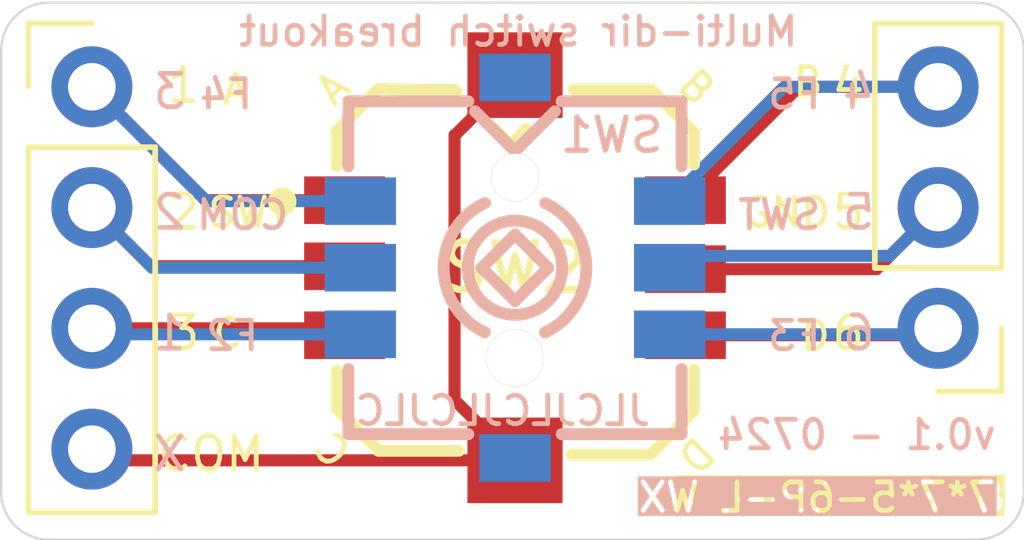
<source format=kicad_pcb>
(kicad_pcb (version 20240108) (generator "pcbnew") (generator_version "8.0")
  (layers (0 "F.Cu" signal) (31 "B.Cu" signal) (34 "B.Paste" user) (35 "F.Paste" user) (36 "B.SilkS" user "B.Silkscreen") (37 "F.SilkS" user "F.Silkscreen") (38 "B.Mask" user) (39 "F.Mask" user) (44 "Edge.Cuts" user))
  (net 0 "")
  (net 1 "7")
  (net 2 "1")
  (net 3 "3")
  (net 4 "2")
  (net 5 "5")
  (net 6 "6")
  (net 7 "4")
  (footprint "projectlib:SW-SMD_TM-4175-B-X" (layer "F.Cu") (at 158.75 69.845)
    (property "Reference" "SW2" (at 0 0 0) (layer "F.SilkS"))
    (property "Value" "TM-4175-B-B" (at 6.858 4.831 0) (layer "F.SilkS" knockout) (effects (font (size 0.6 0.6) (thickness 0.1) (bold yes))))
    (fp_line (start -3.76 -2.87) (end -2.87 -3.76) (stroke (width 0.25)) (layer "F.SilkS"))
    (fp_line (start -3.75 -2.14) (end -3.75 -2.87) (stroke (width 0.25)) (layer "F.SilkS"))
    (fp_line (start -3.75 2.95) (end -3.75 2.17) (stroke (width 0.25)) (layer "F.SilkS"))
    (fp_line (start -2.86 -3.76) (end -1.25 -3.73) (stroke (width 0.25)) (layer "F.SilkS"))
    (fp_line (start -2.86 3.85) (end -3.75 2.96) (stroke (width 0.25)) (layer "F.SilkS"))
    (fp_line (start -1.87 -3.74) (end -1.26 -3.74) (stroke (width 0.25)) (layer "F.SilkS"))
    (fp_line (start -1.26 -3.74) (end -1.23 -3.72) (stroke (width 0.25)) (layer "F.SilkS"))
    (fp_line (start -1.18 3.85) (end -2.87 3.85) (stroke (width 0.25)) (layer "F.SilkS"))
    (fp_line (start -0.43 -2.92) (end -0.1 -2.58) (stroke (width 0.25)) (layer "F.SilkS"))
    (fp_line (start -0.1 -2.58) (end 0.23 -2.92) (stroke (width 0.25)) (layer "F.SilkS"))
    (fp_line (start 1.23 -3.75) (end 2.86 -3.75) (stroke (width 0.25)) (layer "F.SilkS"))
    (fp_line (start 2.84 3.93) (end 1.18 3.93) (stroke (width 0.25)) (layer "F.SilkS"))
    (fp_line (start 2.86 3.92) (end 3.74 3.03) (stroke (width 0.25)) (layer "F.SilkS"))
    (fp_line (start 3.76 -2.85) (end 2.87 -3.74) (stroke (width 0.25)) (layer "F.SilkS"))
    (fp_line (start 3.76 -2.85) (end 3.76 -2.17) (stroke (width 0.25)) (layer "F.SilkS"))
    (fp_line (start 3.76 2.14) (end 3.76 3.01) (stroke (width 0.25)) (layer "F.SilkS"))
    (fp_circle (center -4.89 -1.39) (end -4.74 -1.39) (stroke (width 0.3)) (fill none) (layer "F.SilkS"))
    (pad "" thru_hole circle (at 0 -1.9) (size 1 1) (drill 1) (layers "*.Cu" "*.Mask"))
    (pad "" thru_hole circle (at 0 1.9) (size 1.2 1.2) (drill 1.2) (layers "*.Cu" "*.Mask"))
    (pad "1" smd rect (at -3.58 -1.42) (size 1.7 1) (layers "F.Cu" "F.Paste" "F.Mask") (net 2 "1"))
    (pad "2" smd rect (at -3.58 -0.03) (size 1.7 1) (layers "F.Cu" "F.Paste" "F.Mask") (net 4 "2"))
    (pad "3" smd rect (at -3.58 1.42) (size 1.7 1) (layers "F.Cu" "F.Paste" "F.Mask") (net 3 "3"))
    (pad "4" smd rect (at 3.58 -1.42) (size 1.7 1) (layers "F.Cu" "F.Paste" "F.Mask") (net 6 "6"))
    (pad "5" smd rect (at 3.58 0.03) (size 1.7 1) (layers "F.Cu" "F.Paste" "F.Mask") (net 5 "5"))
    (pad "6" smd rect (at 3.58 1.42) (size 1.7 1) (layers "F.Cu" "F.Paste" "F.Mask") (net 7 "4"))
    (pad "7" smd rect (at 0 -4.05) (size 2 1.8) (layers "F.Cu" "F.Paste" "F.Mask") (net 1 "7"))
    (pad "7" smd rect (at 0 4.05) (size 2 1.8) (layers "F.Cu" "F.Paste" "F.Mask") (net 1 "7"))
  )
  (footprint "Connector_PinHeader_2.54mm:PinHeader_1x03_P2.54mm_Vertical" (layer "F.Cu") (at 167.64 71.12 180)
    (property "Reference" "J2" (hide yes))
    (property "Value" "Conn_01x03" (hide yes))
    (fp_line (start 1.33 1.27) (end 1.33 6.41) (stroke (width 0.12)) (layer "F.SilkS"))
    (fp_line (start -1.33 6.41) (end 1.33 6.41) (stroke (width 0.12)) (layer "F.SilkS"))
    (fp_line (start -1.33 1.27) (end 1.33 1.27) (stroke (width 0.12)) (layer "F.SilkS"))
    (fp_line (start -1.33 1.27) (end -1.33 6.41) (stroke (width 0.12)) (layer "F.SilkS"))
    (fp_line (start -1.33 0) (end -1.33 -1.33) (stroke (width 0.12)) (layer "F.SilkS"))
    (fp_line (start -1.33 -1.33) (end 0 -1.33) (stroke (width 0.12)) (layer "F.SilkS"))
    (pad "1" thru_hole circle (at 0 0 180) (size 1.7 1.7) (drill 1) (layers "*.Cu" "*.Mask") (net 7 "4"))
    (pad "2" thru_hole oval (at 0 2.54 180) (size 1.7 1.7) (drill 1) (layers "*.Cu" "*.Mask") (net 5 "5"))
    (pad "3" thru_hole oval (at 0 5.08 180) (size 1.7 1.7) (drill 1) (layers "*.Cu" "*.Mask") (net 6 "6"))
  )
  (footprint "Connector_PinHeader_2.54mm:PinHeader_1x04_P2.54mm_Vertical" (layer "F.Cu") (at 149.86 66.04)
    (property "Reference" "J1" (hide yes))
    (property "Value" "Conn_01x04" (hide yes))
    (fp_line (start -1.33 -1.33) (end 0 -1.33) (stroke (width 0.12)) (layer "F.SilkS"))
    (fp_line (start -1.33 0) (end -1.33 -1.33) (stroke (width 0.12)) (layer "F.SilkS"))
    (fp_line (start -1.33 1.27) (end -1.33 8.95) (stroke (width 0.12)) (layer "F.SilkS"))
    (fp_line (start -1.33 1.27) (end 1.33 1.27) (stroke (width 0.12)) (layer "F.SilkS"))
    (fp_line (start -1.33 8.95) (end 1.33 8.95) (stroke (width 0.12)) (layer "F.SilkS"))
    (fp_line (start 1.33 1.27) (end 1.33 8.95) (stroke (width 0.12)) (layer "F.SilkS"))
    (pad "1" thru_hole circle (at 0 0) (size 1.7 1.7) (drill 1) (layers "*.Cu" "*.Mask") (net 2 "1"))
    (pad "2" thru_hole oval (at 0 2.54) (size 1.7 1.7) (drill 1) (layers "*.Cu" "*.Mask") (net 4 "2"))
    (pad "3" thru_hole oval (at 0 5.08) (size 1.7 1.7) (drill 1) (layers "*.Cu" "*.Mask") (net 3 "3"))
    (pad "4" thru_hole oval (at 0 7.62) (size 1.7 1.7) (drill 1) (layers "*.Cu" "*.Mask") (net 1 "7"))
  )
  (footprint "projectlib:SW-SMD_8P-L7.0-W7.0-P1.40-LS7.4-TL" (layer "B.Cu") (at 158.75 69.845)
    (property "Reference" "SW1" (at 2.032 -2.789 0) (layer "B.SilkS") (effects (font (size 0.7 0.7) (thickness 0.11)) (justify mirror)))
    (property "Value" "7*7*5-6P-L WX" (at 6.35 4.831 180) (layer "B.SilkS" knockout) (effects (font (size 0.6 0.6) (thickness 0.1)) (justify mirror)))
    (fp_line (start -3.5 -2.13) (end -3.5 -3.5) (stroke (width 0.25)) (layer "B.SilkS"))
    (fp_line (start -3.5 3.5) (end -3.5 2.13) (stroke (width 0.25)) (layer "B.SilkS"))
    (fp_line (start -3.5 3.5) (end -0.98 3.5) (stroke (width 0.25)) (layer "B.SilkS"))
    (fp_line (start -0.98 -3.5) (end -3.5 -3.5) (stroke (width 0.25)) (layer "B.SilkS"))
    (fp_line (start -0.7 0) (end -0.7 0) (stroke (width 0.25)) (layer "B.SilkS"))
    (fp_line (start -0.7 0) (end 0 0.7) (stroke (width 0.25)) (layer "B.SilkS"))
    (fp_line (start 0 -2.45) (end -0.84 -3.29) (stroke (width 0.25)) (layer "B.SilkS"))
    (fp_line (start 0 -0.7) (end -0.7 0) (stroke (width 0.25)) (layer "B.SilkS"))
    (fp_line (start 0 0.7) (end 0.7 0) (stroke (width 0.25)) (layer "B.SilkS"))
    (fp_line (start 0.7 0) (end 0 -0.7) (stroke (width 0.25)) (layer "B.SilkS"))
    (fp_line (start 0.7 0) (end 0.7 0) (stroke (width 0.25)) (layer "B.SilkS"))
    (fp_line (start 0.84 -3.29) (end 0 -2.45) (stroke (width 0.25)) (layer "B.SilkS"))
    (fp_line (start 0.98 3.5) (end 3.5 3.5) (stroke (width 0.25)) (layer "B.SilkS"))
    (fp_line (start 3.5 -3.5) (end 0.98 -3.5) (stroke (width 0.25)) (layer "B.SilkS"))
    (fp_line (start 3.5 -3.5) (end 3.5 -2.13) (stroke (width 0.25)) (layer "B.SilkS"))
    (fp_line (start 3.5 2.13) (end 3.5 3.5) (stroke (width 0.25)) (layer "B.SilkS"))
    (fp_arc (start -0.634495 1.357909) (mid -1.498831 -0.002479) (end -0.63 -1.36) (stroke (width 0.25)) (layer "B.SilkS"))
    (fp_arc (start 0.634495 -1.357909) (mid 1.498831 0.002479) (end 0.63 1.36) (stroke (width 0.25)) (layer "B.SilkS"))
    (fp_circle (center 0 0) (end 0.99 0) (stroke (width 0.25)) (fill none) (layer "B.SilkS"))
    (pad "" thru_hole circle (at 0 -1.9) (size 0.8 0.8) (drill 0.8) (layers "*.Cu" "*.Mask"))
    (pad "" thru_hole circle (at 0 1.9) (size 1.1 1.1) (drill 1.1) (layers "*.Cu" "*.Mask"))
    (pad "1" smd rect (at -3.25 1.4) (size 1.5 1) (layers "B.Cu" "B.Paste" "B.Mask") (net 3 "3"))
    (pad "2" smd rect (at -3.25 0) (size 1.5 1) (layers "B.Cu" "B.Paste" "B.Mask") (net 4 "2"))
    (pad "3" smd rect (at -3.25 -1.4) (size 1.5 1) (layers "B.Cu" "B.Paste" "B.Mask") (net 2 "1"))
    (pad "4" smd rect (at 3.25 -1.4) (size 1.5 1) (layers "B.Cu" "B.Paste" "B.Mask") (net 6 "6"))
    (pad "5" smd rect (at 3.25 0) (size 1.5 1) (layers "B.Cu" "B.Paste" "B.Mask") (net 5 "5"))
    (pad "6" smd rect (at 3.25 1.4) (size 1.5 1) (layers "B.Cu" "B.Paste" "B.Mask") (net 7 "4"))
    (pad "7" smd rect (at 0 4) (size 1.5 1) (layers "B.Cu" "B.Paste" "B.Mask"))
    (pad "8" smd rect (at 0 -4) (size 1.5 1) (layers "B.Cu" "B.Paste" "B.Mask"))
  )
  (gr_arc (start 169.44 74.565) (mid 169.147107 75.272107) (end 168.44 75.565) (stroke (width 0.05)) (layer "Edge.Cuts"))
  (gr_line (start 168.44 75.565) (end 148.955 75.565) (stroke (width 0.05)) (layer "Edge.Cuts"))
  (gr_arc (start 168.44 64.27) (mid 169.147107 64.562893) (end 169.44 65.27) (stroke (width 0.05)) (layer "Edge.Cuts"))
  (gr_line (start 147.955 74.565) (end 147.955 65.27) (stroke (width 0.05)) (layer "Edge.Cuts"))
  (gr_line (start 148.955 64.27) (end 168.44 64.27) (stroke (width 0.05)) (layer "Edge.Cuts"))
  (gr_arc (start 148.955 75.565) (mid 148.247893 75.272107) (end 147.955 74.565) (stroke (width 0.05)) (layer "Edge.Cuts"))
  (gr_arc (start 147.955 65.27) (mid 148.247893 64.562893) (end 148.955 64.27) (stroke (width 0.05)) (layer "Edge.Cuts"))
  (gr_line (start 169.44 65.27) (end 169.44 74.565) (stroke (width 0.05)) (layer "Edge.Cuts"))
  (gr_text "1" (at 151.892 71.628 -0) (layer "B.SilkS") (effects (font (size 0.7 0.7) (thickness 0.1)) (justify left bottom mirror)))
  (gr_text "3" (at 151.892 66.548 -0) (layer "B.SilkS") (effects (font (size 0.7 0.7) (thickness 0.1)) (justify left bottom mirror)))
  (gr_text "Multi-dir switch breakout" (at 164.7444 65.2272 0) (layer "B.SilkS") (effects (font (size 0.6 0.6) (thickness 0.1)) (justify left bottom mirror)))
  (gr_text "X" (at 151.892 74.168 0) (layer "B.SilkS") (effects (font (size 0.7 0.7) (thickness 0.1)) (justify left bottom mirror)))
  (gr_text "COM" (at 154.051 69.088 0) (layer "B.SilkS") (effects (font (size 0.6 0.6) (thickness 0.1)) (justify left bottom mirror)))
  (gr_text "F3" (at 165.227 71.628 0) (layer "B.SilkS") (effects (font (size 0.6 0.6) (thickness 0.1)) (justify left bottom mirror)))
  (gr_text "2" (at 151.892 69.088 -0) (layer "B.SilkS") (effects (font (size 0.7 0.7) (thickness 0.1)) (justify left bottom mirror)))
  (gr_text "v0.1 - 0724" (at 168.91 73.7108 0) (layer "B.SilkS") (effects (font (size 0.6 0.6) (thickness 0.1)) (justify left bottom mirror)))
  (gr_text "5" (at 166.37 69.088 -0) (layer "B.SilkS") (effects (font (size 0.7 0.7) (thickness 0.1)) (justify left bottom mirror)))
  (gr_text "4" (at 166.37 66.548 -0) (layer "B.SilkS") (effects (font (size 0.7 0.7) (thickness 0.1)) (justify left bottom mirror)))
  (gr_text "JLCJLCJLCJLC" (at 161.6456 73.2028 0) (layer "B.SilkS") (effects (font (size 0.6 0.6) (thickness 0.1)) (justify left bottom mirror)))
  (gr_text "SWT" (at 165.227 69.088 0) (layer "B.SilkS") (effects (font (size 0.6 0.6) (thickness 0.1)) (justify left bottom mirror)))
  (gr_text "F2" (at 153.416 71.628 0) (layer "B.SilkS") (effects (font (size 0.6 0.6) (thickness 0.1)) (justify left bottom mirror)))
  (gr_text "F4" (at 153.289 66.548 0) (layer "B.SilkS") (effects (font (size 0.6 0.6) (thickness 0.1)) (justify left bottom mirror)))
  (gr_text "6" (at 166.37 71.628 -0) (layer "B.SilkS") (effects (font (size 0.7 0.7) (thickness 0.1)) (justify left bottom mirror)))
  (gr_text "F5" (at 165.227 66.548 0) (layer "B.SilkS") (effects (font (size 0.6 0.6) (thickness 0.1)) (justify left bottom mirror)))
  (gr_text "SWT" (at 152.2476 69.0372 -0) (layer "F.SilkS") (effects (font (size 0.6 0.6) (thickness 0.1)) (justify left bottom)))
  (gr_text "D" (at 164.6936 71.628 0) (layer "F.SilkS") (effects (font (size 0.6 0.6) (thickness 0.1)) (justify left bottom)))
  (gr_text "3" (at 151.384 71.628 0) (layer "F.SilkS") (effects (font (size 0.7 0.7) (thickness 0.1)) (justify left bottom)))
  (gr_text "B" (at 164.5412 66.294 0) (layer "F.SilkS") (effects (font (size 0.6 0.6) (thickness 0.1)) (justify left bottom)))
  (gr_text "A" (at 154.94 66.548 45) (layer "F.SilkS") (effects (font (size 0.6 0.6) (thickness 0.1)) (justify left bottom)))
  (gr_text "5" (at 165.354 69.088 0) (layer "F.SilkS") (effects (font (size 0.7 0.7) (thickness 0.1)) (justify left bottom)))
  (gr_text "C" (at 152.3492 71.5772 0) (layer "F.SilkS") (effects (font (size 0.6 0.6) (thickness 0.1)) (justify left bottom)))
  (gr_text "B" (at 162.052 66.04 -45) (layer "F.SilkS") (effects (font (size 0.6 0.6) (thickness 0.1)) (justify left bottom)))
  (gr_text "COM" (at 151.1808 74.168 0) (layer "F.SilkS") (effects (font (size 0.7 0.7) (thickness 0.1)) (justify left bottom)))
  (gr_text "2" (at 151.384 69.088 0) (layer "F.SilkS") (effects (font (size 0.7 0.7) (thickness 0.1)) (justify left bottom)))
  (gr_text "6" (at 165.354 71.628 0) (layer "F.SilkS") (effects (font (size 0.7 0.7) (thickness 0.1)) (justify left bottom)))
  (gr_text "1" (at 151.384 66.421 0) (layer "F.SilkS") (effects (font (size 0.7 0.7) (thickness 0.1)) (justify left bottom)))
  (gr_text "GND" (at 163.4744 69.0372 0) (layer "F.SilkS") (effects (font (size 0.6 0.6) (thickness 0.1)) (justify left bottom)))
  (gr_text "4" (at 165.354 66.421 0) (layer "F.SilkS") (effects (font (size 0.7 0.7) (thickness 0.1)) (justify left bottom)))
  (gr_text "D" (at 162.56 73.279 -135) (layer "F.SilkS") (effects (font (size 0.6 0.6) (thickness 0.1)) (justify left bottom)))
  (gr_text "C" (at 155.448 73.66 135) (layer "F.SilkS") (effects (font (size 0.6 0.6) (thickness 0.1)) (justify left bottom)))
  (gr_text "A" (at 152.5524 66.4464 0) (layer "F.SilkS") (effects (font (size 0.6 0.6) (thickness 0.1)) (justify left bottom)))
  (segment (start 157.489 67.056) (end 157.48 67.056) (width 0.254) (layer "F.Cu") (net 1))
  (segment (start 157.48 67.056) (end 157.48 72.625) (width 0.254) (layer "F.Cu") (net 1))
  (segment (start 158.75 65.795) (end 157.489 67.056) (width 0.254) (layer "F.Cu") (net 1))
  (segment (start 158.75 73.895) (end 150.095 73.895) (width 0.254) (layer "F.Cu") (net 1))
  (segment (start 157.48 72.625) (end 158.75 73.895) (width 0.254) (layer "F.Cu") (net 1))
  (segment (start 150.095 73.895) (end 149.86 73.66) (width 0.254) (layer "F.Cu") (net 1))
  (segment (start 152.245 68.425) (end 149.86 66.04) (width 0.254) (layer "F.Cu") (net 2))
  (segment (start 155.17 68.425) (end 152.245 68.425) (width 0.254) (layer "F.Cu") (net 2))
  (segment (start 152.265 68.445) (end 149.86 66.04) (width 0.254) (layer "B.Cu") (net 2))
  (segment (start 155.5 68.445) (end 152.265 68.445) (width 0.254) (layer "B.Cu") (net 2))
  (segment (start 155.025 71.12) (end 149.86 71.12) (width 0.254) (layer "F.Cu") (net 3))
  (segment (start 155.17 71.265) (end 155.025 71.12) (width 0.254) (layer "F.Cu") (net 3))
  (segment (start 149.985 71.245) (end 149.86 71.12) (width 0.254) (layer "B.Cu") (net 3))
  (segment (start 155.5 71.245) (end 149.985 71.245) (width 0.254) (layer "B.Cu") (net 3))
  (segment (start 155.17 69.815) (end 151.095 69.815) (width 0.254) (layer "F.Cu") (net 4))
  (segment (start 151.095 69.815) (end 149.86 68.58) (width 0.254) (layer "F.Cu") (net 4))
  (segment (start 151.125 69.845) (end 149.86 68.58) (width 0.254) (layer "B.Cu") (net 4))
  (segment (start 155.5 69.845) (end 151.125 69.845) (width 0.254) (layer "B.Cu") (net 4))
  (segment (start 166.345 69.875) (end 167.64 68.58) (width 0.254) (layer "F.Cu") (net 5))
  (segment (start 162.33 69.875) (end 166.345 69.875) (width 0.254) (layer "F.Cu") (net 5))
  (segment (start 162.249 69.596) (end 166.624 69.596) (width 0.254) (layer "B.Cu") (net 5))
  (segment (start 166.624 69.596) (end 167.64 68.58) (width 0.254) (layer "B.Cu") (net 5))
  (segment (start 162 69.845) (end 162.249 69.596) (width 0.254) (layer "B.Cu") (net 5))
  (segment (start 162.33 68.425) (end 164.715 66.04) (width 0.254) (layer "F.Cu") (net 6))
  (segment (start 164.715 66.04) (end 167.64 66.04) (width 0.254) (layer "F.Cu") (net 6))
  (segment (start 164.405 66.04) (end 167.64 66.04) (width 0.254) (layer "B.Cu") (net 6))
  (segment (start 162 68.445) (end 164.405 66.04) (width 0.254) (layer "B.Cu") (net 6))
  (segment (start 167.495 71.265) (end 167.64 71.12) (width 0.254) (layer "F.Cu") (net 7))
  (segment (start 162.33 71.265) (end 167.495 71.265) (width 0.254) (layer "F.Cu") (net 7))
  (segment (start 167.515 71.245) (end 167.64 71.12) (width 0.254) (layer "B.Cu") (net 7))
  (segment (start 162 71.245) (end 167.515 71.245) (width 0.254) (layer "B.Cu") (net 7))
)
</source>
